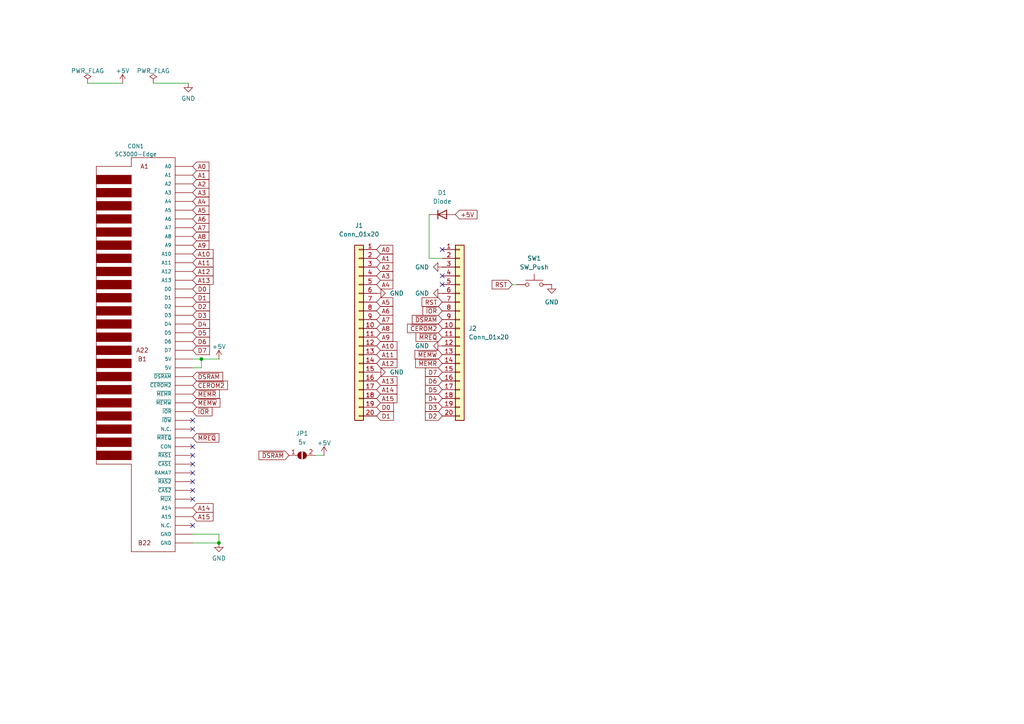
<source format=kicad_sch>
(kicad_sch (version 20231120) (generator "eeschema") (generator_version "8.0")
  (paper "A4")
  (title_block (title "SD-1000 Multicart") (date "2024-03-24") (comment 2 "Multicart per  SEGA SC-3000/SG-1000 di Andrea Ottaviani (2024)"))
  (lib_symbols
    (symbol "Connector_Generic:Conn_01x20" (pin_names (offset 1.016) hide)
      (property "Reference" "J" (at 0 25.4 0))
      (property "Value" "Conn_01x20" (at 0 -27.94 0))
      (symbol "Conn_01x20_1_1"
        (rectangle (start -1.27 -25.273) (end 0 -25.527) (stroke (width 0.1524)))
        (rectangle (start -1.27 -22.733) (end 0 -22.987) (stroke (width 0.1524)))
        (rectangle (start -1.27 -20.193) (end 0 -20.447) (stroke (width 0.1524)))
        (rectangle (start -1.27 -17.653) (end 0 -17.907) (stroke (width 0.1524)))
        (rectangle (start -1.27 -15.113) (end 0 -15.367) (stroke (width 0.1524)))
        (rectangle (start -1.27 -12.573) (end 0 -12.827) (stroke (width 0.1524)))
        (rectangle (start -1.27 -10.033) (end 0 -10.287) (stroke (width 0.1524)))
        (rectangle (start -1.27 -7.493) (end 0 -7.747) (stroke (width 0.1524)))
        (rectangle (start -1.27 -4.953) (end 0 -5.207) (stroke (width 0.1524)))
        (rectangle (start -1.27 -2.413) (end 0 -2.667) (stroke (width 0.1524)))
        (rectangle (start -1.27 0.127) (end 0 -0.127) (stroke (width 0.1524)))
        (rectangle (start -1.27 2.667) (end 0 2.413) (stroke (width 0.1524)))
        (rectangle (start -1.27 5.207) (end 0 4.953) (stroke (width 0.1524)))
        (rectangle (start -1.27 7.747) (end 0 7.493) (stroke (width 0.1524)))
        (rectangle (start -1.27 10.287) (end 0 10.033) (stroke (width 0.1524)))
        (rectangle (start -1.27 12.827) (end 0 12.573) (stroke (width 0.1524)))
        (rectangle (start -1.27 15.367) (end 0 15.113) (stroke (width 0.1524)))
        (rectangle (start -1.27 17.907) (end 0 17.653) (stroke (width 0.1524)))
        (rectangle (start -1.27 20.447) (end 0 20.193) (stroke (width 0.1524)))
        (rectangle (start -1.27 22.987) (end 0 22.733) (stroke (width 0.1524)))
        (rectangle (start -1.27 24.13) (end 1.27 -26.67) (stroke (width 0.254)) (fill (type background)))
        (pin passive line (at -5.08 22.86 0) (length 3.81) (name "Pin_1") (number "1"))
        (pin passive line (at -5.08 0 0) (length 3.81) (name "Pin_10") (number "10"))
        (pin passive line (at -5.08 -2.54 0) (length 3.81) (name "Pin_11") (number "11"))
        (pin passive line (at -5.08 -5.08 0) (length 3.81) (name "Pin_12") (number "12"))
        (pin passive line (at -5.08 -7.62 0) (length 3.81) (name "Pin_13") (number "13"))
        (pin passive line (at -5.08 -10.16 0) (length 3.81) (name "Pin_14") (number "14"))
        (pin passive line (at -5.08 -12.7 0) (length 3.81) (name "Pin_15") (number "15"))
        (pin passive line (at -5.08 -15.24 0) (length 3.81) (name "Pin_16") (number "16"))
        (pin passive line (at -5.08 -17.78 0) (length 3.81) (name "Pin_17") (number "17"))
        (pin passive line (at -5.08 -20.32 0) (length 3.81) (name "Pin_18") (number "18"))
        (pin passive line (at -5.08 -22.86 0) (length 3.81) (name "Pin_19") (number "19"))
        (pin passive line (at -5.08 20.32 0) (length 3.81) (name "Pin_2") (number "2"))
        (pin passive line (at -5.08 -25.4 0) (length 3.81) (name "Pin_20") (number "20"))
        (pin passive line (at -5.08 17.78 0) (length 3.81) (name "Pin_3") (number "3"))
        (pin passive line (at -5.08 15.24 0) (length 3.81) (name "Pin_4") (number "4"))
        (pin passive line (at -5.08 12.7 0) (length 3.81) (name "Pin_5") (number "5"))
        (pin passive line (at -5.08 10.16 0) (length 3.81) (name "Pin_6") (number "6"))
        (pin passive line (at -5.08 7.62 0) (length 3.81) (name "Pin_7") (number "7"))
        (pin passive line (at -5.08 5.08 0) (length 3.81) (name "Pin_8") (number "8"))
        (pin passive line (at -5.08 2.54 0) (length 3.81) (name "Pin_9") (number "9"))
      )
    )
    (symbol "Device:D" (pin_numbers hide) (pin_names (offset 1.016) hide)
      (property "Reference" "D" (at 0 2.54 0))
      (property "Value" "D" (at 0 -2.54 0))
      (symbol "D_0_1"
        (polyline (pts (xy -1.27 1.27) (xy -1.27 -1.27)) (stroke (width 0.254)))
        (polyline (pts (xy 1.27 0) (xy -1.27 0)))
        (polyline (pts (xy 1.27 1.27) (xy 1.27 -1.27) (xy -1.27 0) (xy 1.27 1.27)) (stroke (width 0.254)))
      )
      (symbol "D_1_1"
        (pin passive line (at -3.81 0 0) (length 2.54) (name "K") (number "1"))
        (pin passive line (at 3.81 0 180) (length 2.54) (name "A") (number "2"))
      )
    )
    (symbol "Jumper:SolderJumper_2_Open" (pin_names (offset 0) hide)
      (property "Reference" "JP" (at 0 2.032 0))
      (property "Value" "SolderJumper_2_Open" (at 0 -2.54 0))
      (symbol "SolderJumper_2_Open_0_1"
        (arc (start -0.254 1.016) (mid -1.2656 0) (end -0.254 -1.016))
        (arc (start -0.254 1.016) (mid -1.2656 0) (end -0.254 -1.016) (fill (type outline)))
        (polyline (pts (xy -0.254 1.016) (xy -0.254 -1.016)))
        (polyline (pts (xy 0.254 1.016) (xy 0.254 -1.016)))
        (arc (start 0.254 -1.016) (mid 1.2656 0) (end 0.254 1.016))
        (arc (start 0.254 -1.016) (mid 1.2656 0) (end 0.254 1.016) (fill (type outline)))
      )
      (symbol "SolderJumper_2_Open_1_1"
        (pin passive line (at -3.81 0 0) (length 2.54) (name "A") (number "1"))
        (pin passive line (at 3.81 0 180) (length 2.54) (name "B") (number "2"))
      )
    )
    (symbol "SC3000:SC3000-Edge" (pin_numbers hide) (pin_names (offset 1.016))
      (property "Reference" "CON1" (at -13.97 69.3571 0))
      (property "Value" "SC3000-Edge" (at -13.97 67.0485 0))
      (symbol "SC3000-Edge_0_0"
        (text "A1" (at -11.43 63.5 0) (effects (font (size 1.27 1.27))))
        (text "A22" (at -12.065 10.16 0) (effects (font (size 1.27 1.27))))
        (text "B1" (at -12.065 7.62 0) (effects (font (size 1.27 1.27))))
        (text "B22" (at -11.43 -45.72 0) (effects (font (size 1.27 1.27))))
      )
      (symbol "SC3000-Edge_1_0"
        (polyline (pts (xy -25.4 -22.86) (xy -15.24 -22.86)))
        (polyline (pts (xy -25.4 63.5) (xy -25.4 -22.86)))
        (polyline (pts (xy -15.24 -48.26) (xy -2.54 -48.26)))
        (polyline (pts (xy -15.24 -22.86) (xy -15.24 -48.26)))
        (polyline (pts (xy -15.24 63.5) (xy -25.4 63.5)))
        (polyline (pts (xy -15.24 66.04) (xy -15.24 63.5)))
        (polyline (pts (xy -2.54 66.04) (xy -15.24 66.04)))
        (polyline (pts (xy -2.54 66.04) (xy -2.54 -48.26)))
      )
      (symbol "SC3000-Edge_1_1"
        (rectangle (start -25.4 -21.59) (end -15.24 -19.05) (fill (type outline)))
        (rectangle (start -25.4 -17.78) (end -15.24 -15.24) (fill (type outline)))
        (rectangle (start -25.4 -13.97) (end -15.24 -11.43) (fill (type outline)))
        (rectangle (start -25.4 -10.16) (end -15.24 -7.62) (fill (type outline)))
        (rectangle (start -25.4 -6.35) (end -15.24 -3.81) (fill (type outline)))
        (rectangle (start -25.4 -2.54) (end -15.24 0) (fill (type outline)))
        (rectangle (start -25.4 1.27) (end -15.24 3.81) (fill (type outline)))
        (rectangle (start -25.4 5.08) (end -15.24 7.62) (fill (type outline)))
        (rectangle (start -25.4 8.89) (end -15.24 11.43) (fill (type outline)))
        (rectangle (start -25.4 12.7) (end -15.24 15.24) (fill (type outline)))
        (rectangle (start -25.4 16.51) (end -15.24 19.05) (fill (type outline)))
        (rectangle (start -25.4 20.32) (end -15.24 22.86) (fill (type outline)))
        (rectangle (start -25.4 24.13) (end -15.24 26.67) (fill (type outline)))
        (rectangle (start -25.4 27.94) (end -15.24 30.48) (fill (type outline)))
        (rectangle (start -25.4 31.75) (end -15.24 34.29) (fill (type outline)))
        (rectangle (start -25.4 35.56) (end -15.24 38.1) (fill (type outline)))
        (rectangle (start -25.4 39.37) (end -15.24 41.91) (fill (type outline)))
        (rectangle (start -25.4 43.18) (end -15.24 45.72) (fill (type outline)))
        (rectangle (start -25.4 46.99) (end -15.24 49.53) (fill (type outline)))
        (rectangle (start -25.4 50.8) (end -15.24 53.34) (fill (type outline)))
        (rectangle (start -25.4 54.61) (end -15.24 57.15) (fill (type outline)))
        (rectangle (start -25.4 58.42) (end -15.24 60.96) (fill (type outline)))
        (pin bidirectional line (at 2.54 63.5 180) (length 5.08) (name "A0") (number "A1"))
        (pin bidirectional line (at 2.54 40.64 180) (length 5.08) (name "A9") (number "A10"))
        (pin bidirectional line (at 2.54 38.1 180) (length 5.08) (name "A10") (number "A11"))
        (pin bidirectional line (at 2.54 35.56 180) (length 5.08) (name "A11") (number "A12"))
        (pin bidirectional line (at 2.54 33.02 180) (length 5.08) (name "A12") (number "A13"))
        (pin bidirectional line (at 2.54 30.48 180) (length 5.08) (name "A13") (number "A14"))
        (pin bidirectional line (at 2.54 27.94 180) (length 5.08) (name "D0") (number "A15"))
        (pin bidirectional line (at 2.54 25.4 180) (length 5.08) (name "D1") (number "A16"))
        (pin bidirectional line (at 2.54 22.86 180) (length 5.08) (name "D2") (number "A17"))
        (pin bidirectional line (at 2.54 20.32 180) (length 5.08) (name "D3") (number "A18"))
        (pin bidirectional line (at 2.54 17.78 180) (length 5.08) (name "D4") (number "A19"))
        (pin bidirectional line (at 2.54 60.96 180) (length 5.08) (name "A1") (number "A2"))
        (pin bidirectional line (at 2.54 15.24 180) (length 5.08) (name "D5") (number "A20"))
        (pin bidirectional line (at 2.54 12.7 180) (length 5.08) (name "D6") (number "A21"))
        (pin bidirectional line (at 2.54 10.16 180) (length 5.08) (name "D7") (number "A22"))
        (pin bidirectional line (at 2.54 58.42 180) (length 5.08) (name "A2") (number "A3"))
        (pin bidirectional line (at 2.54 55.88 180) (length 5.08) (name "A3") (number "A4"))
        (pin bidirectional line (at 2.54 53.34 180) (length 5.08) (name "A4") (number "A5"))
        (pin bidirectional line (at 2.54 50.8 180) (length 5.08) (name "A5") (number "A6"))
        (pin bidirectional line (at 2.54 48.26 180) (length 5.08) (name "A6") (number "A7"))
        (pin bidirectional line (at 2.54 45.72 180) (length 5.08) (name "A7") (number "A8"))
        (pin bidirectional line (at 2.54 43.18 180) (length 5.08) (name "A8") (number "A9"))
        (pin power_in line (at 2.54 7.62 180) (length 5.08) (name "5V") (number "B1"))
        (pin bidirectional line (at 2.54 -15.24 180) (length 5.08) (name "~{MREQ}") (number "B10"))
        (pin bidirectional line (at 2.54 -17.78 180) (length 5.08) (name "CON") (number "B11"))
        (pin bidirectional line (at 2.54 -20.32 180) (length 5.08) (name "~{RAS1}") (number "B12"))
        (pin bidirectional line (at 2.54 -22.86 180) (length 5.08) (name "~{CAS1}") (number "B13"))
        (pin bidirectional line (at 2.54 -25.4 180) (length 5.08) (name "RAMA7") (number "B14"))
        (pin bidirectional line (at 2.54 -27.94 180) (length 5.08) (name "~{RAS2}") (number "B15"))
        (pin bidirectional line (at 2.54 -30.48 180) (length 5.08) (name "~{CAS2}") (number "B16"))
        (pin bidirectional line (at 2.54 -33.02 180) (length 5.08) (name "~{MUX}") (number "B17"))
        (pin bidirectional line (at 2.54 -35.56 180) (length 5.08) (name "A14") (number "B18"))
        (pin bidirectional line (at 2.54 -38.1 180) (length 5.08) (name "A15") (number "B19"))
        (pin power_in line (at 2.54 5.08 180) (length 5.08) (name "5V") (number "B2"))
        (pin bidirectional line (at 2.54 -40.64 180) (length 5.08) (name "N.C.") (number "B20"))
        (pin power_in line (at 2.54 -43.18 180) (length 5.08) (name "GND") (number "B21"))
        (pin power_in line (at 2.54 -45.72 180) (length 5.08) (name "GND") (number "B22"))
        (pin bidirectional line (at 2.54 2.54 180) (length 5.08) (name "~{DSRAM}") (number "B3"))
        (pin bidirectional line (at 2.54 0 180) (length 5.08) (name "~{CEROM2}") (number "B4"))
        (pin bidirectional line (at 2.54 -2.54 180) (length 5.08) (name "~{MEMR}") (number "B5"))
        (pin bidirectional line (at 2.54 -5.08 180) (length 5.08) (name "~{MEMW}") (number "B6"))
        (pin bidirectional line (at 2.54 -7.62 180) (length 5.08) (name "~{IOR}") (number "B7"))
        (pin bidirectional line (at 2.54 -10.16 180) (length 5.08) (name "~{IOW}") (number "B8"))
        (pin bidirectional line (at 2.54 -12.7 180) (length 5.08) (name "N.C.") (number "B9"))
      )
    )
    (symbol "Switch:SW_Push" (pin_numbers hide) (pin_names (offset 1.016) hide)
      (property "Reference" "SW" (at 1.27 2.54 0))
      (property "Value" "SW_Push" (at 0 -1.524 0))
      (symbol "SW_Push_0_1"
        (circle (center -2.032 0) (radius 0.508))
        (polyline (pts (xy 0 1.27) (xy 0 3.048)))
        (polyline (pts (xy 2.54 1.27) (xy -2.54 1.27)))
        (circle (center 2.032 0) (radius 0.508))
        (pin passive line (at -5.08 0 0) (length 2.54) (name "1") (number "1"))
        (pin passive line (at 5.08 0 180) (length 2.54) (name "2") (number "2"))
      )
    )
    (symbol "power:+5V" (power) (pin_numbers hide) (pin_names (offset 0) hide)
      (property "Value" "+5V" (at 0 3.556 0))
      (symbol "+5V_0_1"
        (polyline (pts (xy -0.762 1.27) (xy 0 2.54)))
        (polyline (pts (xy 0 0) (xy 0 2.54)))
        (polyline (pts (xy 0 2.54) (xy 0.762 1.27)))
      )
      (symbol "+5V_1_1"
        (pin power_in line (at 0 0 90) (length 0) (name "~") (number "1"))
      )
    )
    (symbol "power:GND" (power) (pin_numbers hide) (pin_names (offset 0) hide)
      (property "Value" "GND" (at 0 -3.81 0))
      (symbol "GND_0_1"
        (polyline (pts (xy 0 0) (xy 0 -1.27) (xy 1.27 -1.27) (xy 0 -2.54) (xy -1.27 -1.27) (xy 0 -1.27)))
      )
      (symbol "GND_1_1"
        (pin power_in line (at 0 0 270) (length 0) (name "~") (number "1"))
      )
    )
    (symbol "power:PWR_FLAG" (power) (pin_numbers hide) (pin_names (offset 0) hide)
      (property "Value" "PWR_FLAG" (at 0 3.81 0))
      (symbol "PWR_FLAG_0_0"
        (pin power_out line (at 0 0 90) (length 0) (name "~") (number "1"))
      )
      (symbol "PWR_FLAG_0_1"
        (polyline (pts (xy 0 0) (xy 0 1.27) (xy -1.016 1.905) (xy 0 2.54) (xy 1.016 1.905) (xy 0 1.27)))
      )
    )
  )
  (junction (at 63.5 157.48))
  (junction (at 58.42 104.14))
  (no_connect (at 55.88 121.92))
  (no_connect (at 55.88 132.08))
  (no_connect (at 55.88 144.78))
  (no_connect (at 55.88 134.62))
  (no_connect (at 55.88 137.16))
  (no_connect (at 55.88 139.7))
  (no_connect (at 55.88 142.24))
  (no_connect (at 55.88 129.54))
  (no_connect (at 128.27 80.01))
  (no_connect (at 55.88 152.4))
  (no_connect (at 55.88 124.46))
  (no_connect (at 128.27 72.39))
  (no_connect (at 128.27 82.55))
  (wire (pts (xy 55.88 106.68) (xy 58.42 106.68)))
  (wire (pts (xy 25.4 24.13) (xy 35.56 24.13)))
  (wire (pts (xy 55.88 157.48) (xy 63.5 157.48)))
  (wire (pts (xy 58.42 104.14) (xy 58.42 106.68)))
  (wire (pts (xy 124.46 74.93) (xy 128.27 74.93)))
  (wire (pts (xy 91.44 132.08) (xy 93.98 132.08)))
  (wire (pts (xy 55.88 104.14) (xy 58.42 104.14)))
  (wire (pts (xy 124.46 62.23) (xy 124.46 74.93)))
  (wire (pts (xy 63.5 154.94) (xy 63.5 157.48)))
  (wire (pts (xy 55.88 154.94) (xy 63.5 154.94)))
  (wire (pts (xy 44.45 24.13) (xy 54.61 24.13)))
  (wire (pts (xy 148.59 82.55) (xy 149.86 82.55)))
  (wire (pts (xy 58.42 104.14) (xy 63.5 104.14)))
  (global_label "~{DSRAM}" (shape input) (at 128.27 92.71 180) (property "Intersheetrefs" "${INTERSHEET_REFS}" (effects (hide yes))))
  (global_label "D3" (shape input) (at 55.88 91.44 0) (property "Intersheetrefs" "${INTERSHEET_REFS}" (effects (hide yes))))
  (global_label "~{MEMW}" (shape input) (at 128.27 102.87 180) (property "Intersheetrefs" "${INTERSHEET_REFS}" (effects (hide yes))))
  (global_label "D0" (shape input) (at 109.22 118.11 0) (property "Intersheetrefs" "${INTERSHEET_REFS}" (effects (hide yes))))
  (global_label "A8" (shape input) (at 109.22 95.25 0) (property "Intersheetrefs" "${INTERSHEET_REFS}" (effects (hide yes))))
  (global_label "~{MEMR}" (shape input) (at 55.88 114.3 0) (property "Intersheetrefs" "${INTERSHEET_REFS}" (effects (hide yes))))
  (global_label "A5" (shape input) (at 109.22 87.63 0) (property "Intersheetrefs" "${INTERSHEET_REFS}" (effects (hide yes))))
  (global_label "~{CEROM2}" (shape input) (at 55.88 111.76 0) (property "Intersheetrefs" "${INTERSHEET_REFS}" (effects (hide yes))))
  (global_label "A4" (shape input) (at 55.88 58.42 0) (property "Intersheetrefs" "${INTERSHEET_REFS}" (effects (hide yes))))
  (global_label "A4" (shape input) (at 109.22 82.55 0) (property "Intersheetrefs" "${INTERSHEET_REFS}" (effects (hide yes))))
  (global_label "A9" (shape input) (at 109.22 97.79 0) (property "Intersheetrefs" "${INTERSHEET_REFS}" (effects (hide yes))))
  (global_label "A0" (shape input) (at 55.88 48.26 0) (property "Intersheetrefs" "${INTERSHEET_REFS}" (effects (hide yes))))
  (global_label "D2" (shape input) (at 55.88 88.9 0) (property "Intersheetrefs" "${INTERSHEET_REFS}" (effects (hide yes))))
  (global_label "D1" (shape input) (at 55.88 86.36 0) (property "Intersheetrefs" "${INTERSHEET_REFS}" (effects (hide yes))))
  (global_label "A15" (shape input) (at 109.22 115.57 0) (property "Intersheetrefs" "${INTERSHEET_REFS}" (effects (hide yes))))
  (global_label "A11" (shape input) (at 109.22 102.87 0) (property "Intersheetrefs" "${INTERSHEET_REFS}" (effects (hide yes))))
  (global_label "A2" (shape input) (at 55.88 53.34 0) (property "Intersheetrefs" "${INTERSHEET_REFS}" (effects (hide yes))))
  (global_label "A14" (shape input) (at 109.22 113.03 0) (property "Intersheetrefs" "${INTERSHEET_REFS}" (effects (hide yes))))
  (global_label "A5" (shape input) (at 55.88 60.96 0) (property "Intersheetrefs" "${INTERSHEET_REFS}" (effects (hide yes))))
  (global_label "D2" (shape input) (at 128.27 120.65 180) (property "Intersheetrefs" "${INTERSHEET_REFS}" (effects (hide yes))))
  (global_label "A7" (shape input) (at 55.88 66.04 0) (property "Intersheetrefs" "${INTERSHEET_REFS}" (effects (hide yes))))
  (global_label "~{MREQ}" (shape input) (at 128.27 97.79 180) (property "Intersheetrefs" "${INTERSHEET_REFS}" (effects (hide yes))))
  (global_label "A6" (shape input) (at 109.22 90.17 0) (property "Intersheetrefs" "${INTERSHEET_REFS}" (effects (hide yes))))
  (global_label "D4" (shape input) (at 128.27 115.57 180) (property "Intersheetrefs" "${INTERSHEET_REFS}" (effects (hide yes))))
  (global_label "~{MREQ}" (shape input) (at 55.88 127 0) (property "Intersheetrefs" "${INTERSHEET_REFS}" (effects (hide yes))))
  (global_label "~{DSRAM}" (shape input) (at 55.88 109.22 0) (property "Intersheetrefs" "${INTERSHEET_REFS}" (effects (hide yes))))
  (global_label "A3" (shape input) (at 109.22 80.01 0) (property "Intersheetrefs" "${INTERSHEET_REFS}" (effects (hide yes))))
  (global_label "+5V" (shape input) (at 132.08 62.23 0) (property "Intersheetrefs" "${INTERSHEET_REFS}" (effects (hide yes))))
  (global_label "A7" (shape input) (at 109.22 92.71 0) (property "Intersheetrefs" "${INTERSHEET_REFS}" (effects (hide yes))))
  (global_label "RST" (shape input) (at 128.27 87.63 180) (property "Intersheetrefs" "${INTERSHEET_REFS}" (effects (hide yes))))
  (global_label "A0" (shape input) (at 109.22 72.39 0) (property "Intersheetrefs" "${INTERSHEET_REFS}" (effects (hide yes))))
  (global_label "A13" (shape input) (at 55.88 81.28 0) (property "Intersheetrefs" "${INTERSHEET_REFS}" (effects (hide yes))))
  (global_label "D1" (shape input) (at 109.22 120.65 0) (property "Intersheetrefs" "${INTERSHEET_REFS}" (effects (hide yes))))
  (global_label "A9" (shape input) (at 55.88 71.12 0) (property "Intersheetrefs" "${INTERSHEET_REFS}" (effects (hide yes))))
  (global_label "A10" (shape input) (at 55.88 73.66 0) (property "Intersheetrefs" "${INTERSHEET_REFS}" (effects (hide yes))))
  (global_label "A1" (shape input) (at 109.22 74.93 0) (property "Intersheetrefs" "${INTERSHEET_REFS}" (effects (hide yes))))
  (global_label "~{IOR}" (shape input) (at 55.88 119.38 0) (property "Intersheetrefs" "${INTERSHEET_REFS}" (effects (hide yes))))
  (global_label "D3" (shape input) (at 128.27 118.11 180) (property "Intersheetrefs" "${INTERSHEET_REFS}" (effects (hide yes))))
  (global_label "A14" (shape input) (at 55.88 147.32 0) (property "Intersheetrefs" "${INTERSHEET_REFS}" (effects (hide yes))))
  (global_label "~{CEROM2}" (shape input) (at 128.27 95.25 180) (property "Intersheetrefs" "${INTERSHEET_REFS}" (effects (hide yes))))
  (global_label "A2" (shape input) (at 109.22 77.47 0) (property "Intersheetrefs" "${INTERSHEET_REFS}" (effects (hide yes))))
  (global_label "D0" (shape input) (at 55.88 83.82 0) (property "Intersheetrefs" "${INTERSHEET_REFS}" (effects (hide yes))))
  (global_label "D6" (shape input) (at 55.88 99.06 0) (property "Intersheetrefs" "${INTERSHEET_REFS}" (effects (hide yes))))
  (global_label "A12" (shape input) (at 109.22 105.41 0) (property "Intersheetrefs" "${INTERSHEET_REFS}" (effects (hide yes))))
  (global_label "A8" (shape input) (at 55.88 68.58 0) (property "Intersheetrefs" "${INTERSHEET_REFS}" (effects (hide yes))))
  (global_label "A12" (shape input) (at 55.88 78.74 0) (property "Intersheetrefs" "${INTERSHEET_REFS}" (effects (hide yes))))
  (global_label "~{MEMR}" (shape input) (at 128.27 105.41 180) (property "Intersheetrefs" "${INTERSHEET_REFS}" (effects (hide yes))))
  (global_label "D7" (shape input) (at 128.27 107.95 180) (property "Intersheetrefs" "${INTERSHEET_REFS}" (effects (hide yes))))
  (global_label "A1" (shape input) (at 55.88 50.8 0) (property "Intersheetrefs" "${INTERSHEET_REFS}" (effects (hide yes))))
  (global_label "D5" (shape input) (at 55.88 96.52 0) (property "Intersheetrefs" "${INTERSHEET_REFS}" (effects (hide yes))))
  (global_label "~{MEMW}" (shape input) (at 55.88 116.84 0) (property "Intersheetrefs" "${INTERSHEET_REFS}" (effects (hide yes))))
  (global_label "~{DSRAM}" (shape input) (at 83.82 132.08 180) (property "Intersheetrefs" "${INTERSHEET_REFS}" (effects (hide yes))))
  (global_label "D7" (shape input) (at 55.88 101.6 0) (property "Intersheetrefs" "${INTERSHEET_REFS}" (effects (hide yes))))
  (global_label "A13" (shape input) (at 109.22 110.49 0) (property "Intersheetrefs" "${INTERSHEET_REFS}" (effects (hide yes))))
  (global_label "D6" (shape input) (at 128.27 110.49 180) (property "Intersheetrefs" "${INTERSHEET_REFS}" (effects (hide yes))))
  (global_label "RST" (shape input) (at 148.59 82.55 180) (property "Intersheetrefs" "${INTERSHEET_REFS}" (effects (hide yes))))
  (global_label "A11" (shape input) (at 55.88 76.2 0) (property "Intersheetrefs" "${INTERSHEET_REFS}" (effects (hide yes))))
  (global_label "D4" (shape input) (at 55.88 93.98 0) (property "Intersheetrefs" "${INTERSHEET_REFS}" (effects (hide yes))))
  (global_label "D5" (shape input) (at 128.27 113.03 180) (property "Intersheetrefs" "${INTERSHEET_REFS}" (effects (hide yes))))
  (global_label "A6" (shape input) (at 55.88 63.5 0) (property "Intersheetrefs" "${INTERSHEET_REFS}" (effects (hide yes))))
  (global_label "A10" (shape input) (at 109.22 100.33 0) (property "Intersheetrefs" "${INTERSHEET_REFS}" (effects (hide yes))))
  (global_label "A15" (shape input) (at 55.88 149.86 0) (property "Intersheetrefs" "${INTERSHEET_REFS}" (effects (hide yes))))
  (global_label "~{IOR}" (shape input) (at 128.27 90.17 180) (property "Intersheetrefs" "${INTERSHEET_REFS}" (effects (hide yes))))
  (global_label "A3" (shape input) (at 55.88 55.88 0) (property "Intersheetrefs" "${INTERSHEET_REFS}" (effects (hide yes))))
  (symbol (lib_id "SC3000:SC3000-Edge") (at 53.34 111.76 0) (unit 1)
    (property "Reference" "CON1" (at 39.37 42.4029 0) (effects (font (size 1.143 1.143))))
    (property "Value" "SC3000-Edge" (at 39.37 44.7115 0) (effects (font (size 1.143 1.143))))
    (property "Footprint" "SoggyCartridge:CartridgeEdge" (effects (hide yes)))
  )
  (symbol (lib_id "power:GND") (at 109.22 107.95 90) (unit 1)
    (property "Reference" "#PWR03" (effects (hide yes)))
    (property "Value" "GND" (at 113.03 107.9499 90) (effects (justify right)))
    (property "Description" "Power symbol creates a global label with name \"GND\" , ground" (effects (hide yes)))
  )
  (symbol (lib_id "Connector_Generic:Conn_01x20") (at 133.35 95.25 0) (unit 1)
    (property "Reference" "J2" (at 135.89 95.2499 0) (effects (justify left)))
    (property "Value" "Conn_01x20" (at 135.89 97.7899 0) (effects (justify left)))
    (property "Footprint" "Connector_PinSocket_2.54mm:PinSocket_1x20_P2.54mm_Vertical" (effects (hide yes)))
  )
  (symbol (lib_id "power:GND") (at 160.02 82.55 0) (unit 1)
    (property "Reference" "#PWR010" (effects (hide yes)))
    (property "Value" "GND" (at 160.02 87.63 0))
    (property "Description" "Power symbol creates a global label with name \"GND\" , ground" (effects (hide yes)))
  )
  (symbol (lib_id "power:PWR_FLAG") (at 25.4 24.13 0) (unit 1)
    (property "Reference" "#FLG0102" (effects (hide yes)))
    (property "Value" "PWR_FLAG" (at 25.4 20.5542 0))
    (property "Description" "Special symbol for telling ERC where power comes from" (effects (hide yes)))
  )
  (symbol (lib_id "power:GND") (at 128.27 85.09 270) (unit 1)
    (property "Reference" "#PWR012" (effects (hide yes)))
    (property "Value" "GND" (at 124.46 85.0899 90) (effects (justify right)))
    (property "Description" "Power symbol creates a global label with name \"GND\" , ground" (effects (hide yes)))
  )
  (symbol (lib_id "power:GND") (at 109.22 85.09 90) (unit 1)
    (property "Reference" "#PWR02" (effects (hide yes)))
    (property "Value" "GND" (at 113.03 85.0899 90) (effects (justify right)))
    (property "Description" "Power symbol creates a global label with name \"GND\" , ground" (effects (hide yes)))
  )
  (symbol (lib_id "power:GND") (at 54.61 24.13 0) (unit 1)
    (property "Reference" "#PWR0107" (effects (hide yes)))
    (property "Value" "GND" (at 54.61 28.5734 0))
    (property "Description" "Power symbol creates a global label with name \"GND\" , ground" (effects (hide yes)))
  )
  (symbol (lib_id "power:PWR_FLAG") (at 44.45 24.13 0) (unit 1)
    (property "Reference" "#FLG0101" (effects (hide yes)))
    (property "Value" "PWR_FLAG" (at 44.45 20.5542 0))
    (property "Description" "Special symbol for telling ERC where power comes from" (effects (hide yes)))
  )
  (symbol (lib_id "power:GND") (at 63.5 157.48 0) (unit 1)
    (property "Reference" "#PWR0110" (effects (hide yes)))
    (property "Value" "GND" (at 63.5 161.9234 0))
    (property "Description" "Power symbol creates a global label with name \"GND\" , ground" (effects (hide yes)))
  )
  (symbol (lib_id "power:+5V") (at 35.56 24.13 0) (unit 1)
    (property "Reference" "#PWR0108" (effects (hide yes)))
    (property "Value" "+5V" (at 35.56 20.5542 0))
    (property "Description" "Power symbol creates a global label with name \"+5V\"" (effects (hide yes)))
  )
  (symbol (lib_id "power:GND") (at 128.27 100.33 270) (unit 1)
    (property "Reference" "#PWR013" (effects (hide yes)))
    (property "Value" "GND" (at 124.46 100.3299 90) (effects (justify right)))
    (property "Description" "Power symbol creates a global label with name \"GND\" , ground" (effects (hide yes)))
  )
  (symbol (lib_id "power:+5V") (at 63.5 104.14 0) (unit 1)
    (property "Reference" "#PWR0109" (effects (hide yes)))
    (property "Value" "+5V" (at 63.5 100.5642 0))
    (property "Description" "Power symbol creates a global label with name \"+5V\"" (effects (hide yes)))
  )
  (symbol (lib_id "power:+5V") (at 93.98 132.08 0) (unit 1)
    (property "Reference" "#PWR01" (effects (hide yes)))
    (property "Value" "+5V" (at 93.98 128.5042 0))
    (property "Description" "Power symbol creates a global label with name \"+5V\"" (effects (hide yes)))
  )
  (symbol (lib_id "Device:D") (at 128.27 62.23 0) (unit 1)
    (property "Reference" "D1" (at 128.27 55.88 0))
    (property "Value" "Diode" (at 128.27 58.42 0))
    (property "Footprint" "Diode_THT:D_DO-35_SOD27_P7.62mm_Horizontal" (effects (hide yes)))
    (property "Description" "Diode" (effects (hide yes)))
    (property "Sim.Device" "D" (effects (hide yes)))
    (property "Sim.Pins" "1=K 2=A" (effects (hide yes)))
  )
  (symbol (lib_id "Switch:SW_Push") (at 154.94 82.55 0) (unit 1)
    (property "Reference" "SW1" (at 154.94 74.93 0))
    (property "Value" "SW_Push" (at 154.94 77.47 0))
    (property "Footprint" "Button_Switch_THT:SW_PUSH_6mm" (effects (hide yes)))
    (property "Description" "Push button switch, generic, two pins" (effects (hide yes)))
  )
  (symbol (lib_id "Connector_Generic:Conn_01x20") (at 104.14 95.25 0) (mirror y) (unit 1)
    (property "Reference" "J1" (at 104.14 65.405 0))
    (property "Value" "Conn_01x20" (at 104.14 67.945 0))
    (property "Footprint" "Connector_PinSocket_2.54mm:PinSocket_1x20_P2.54mm_Vertical" (effects (hide yes)))
  )
  (symbol (lib_id "Jumper:SolderJumper_2_Open") (at 87.63 132.08 0) (unit 1)
    (property "Reference" "JP1" (at 87.63 125.73 0))
    (property "Value" "5v" (at 87.63 128.27 0))
    (property "Footprint" "Jumper:SolderJumper-2_P1.3mm_Open_Pad1.0x1.5mm" (effects (hide yes)))
  )
  (symbol (lib_id "power:GND") (at 128.27 77.47 270) (unit 1)
    (property "Reference" "#PWR011" (effects (hide yes)))
    (property "Value" "GND" (at 124.46 77.4699 90) (effects (justify right)))
    (property "Description" "Power symbol creates a global label with name \"GND\" , ground" (effects (hide yes)))
  )
)
</source>
